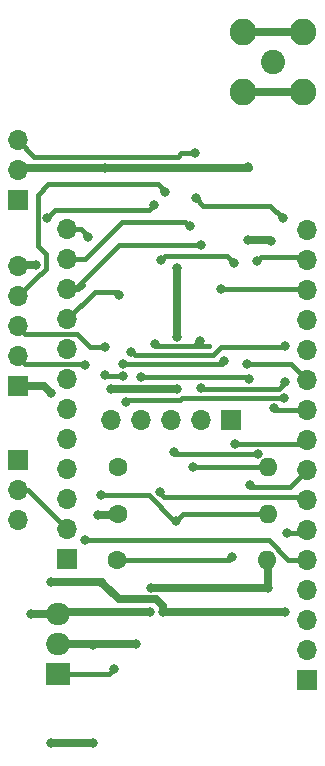
<source format=gbr>
%TF.GenerationSoftware,KiCad,Pcbnew,5.1.12-84ad8e8a86~92~ubuntu18.04.1*%
%TF.CreationDate,2022-01-08T21:29:22-05:00*%
%TF.ProjectId,remote,72656d6f-7465-42e6-9b69-6361645f7063,rev?*%
%TF.SameCoordinates,Original*%
%TF.FileFunction,Copper,L2,Bot*%
%TF.FilePolarity,Positive*%
%FSLAX46Y46*%
G04 Gerber Fmt 4.6, Leading zero omitted, Abs format (unit mm)*
G04 Created by KiCad (PCBNEW 5.1.12-84ad8e8a86~92~ubuntu18.04.1) date 2022-01-08 21:29:22*
%MOMM*%
%LPD*%
G01*
G04 APERTURE LIST*
%TA.AperFunction,ComponentPad*%
%ADD10O,1.700000X1.700000*%
%TD*%
%TA.AperFunction,ComponentPad*%
%ADD11R,1.700000X1.700000*%
%TD*%
%TA.AperFunction,ComponentPad*%
%ADD12O,2.000000X1.905000*%
%TD*%
%TA.AperFunction,ComponentPad*%
%ADD13R,2.000000X1.905000*%
%TD*%
%TA.AperFunction,ComponentPad*%
%ADD14O,1.600000X1.600000*%
%TD*%
%TA.AperFunction,ComponentPad*%
%ADD15C,1.600000*%
%TD*%
%TA.AperFunction,ComponentPad*%
%ADD16C,2.250000*%
%TD*%
%TA.AperFunction,ComponentPad*%
%ADD17C,2.050000*%
%TD*%
%TA.AperFunction,ViaPad*%
%ADD18C,0.800000*%
%TD*%
%TA.AperFunction,Conductor*%
%ADD19C,0.700000*%
%TD*%
%TA.AperFunction,Conductor*%
%ADD20C,0.400000*%
%TD*%
G04 APERTURE END LIST*
D10*
%TO.P,J2,5*%
%TO.N,GND*%
X23550000Y-115270000D03*
%TO.P,J2,4*%
%TO.N,A2*%
X23550000Y-117810000D03*
%TO.P,J2,3*%
%TO.N,A1*%
X23550000Y-120350000D03*
%TO.P,J2,2*%
%TO.N,A0*%
X23550000Y-122890000D03*
D11*
%TO.P,J2,1*%
%TO.N,+3V3*%
X23550000Y-125430000D03*
%TD*%
D12*
%TO.P,Q1,3*%
%TO.N,GND*%
X26940000Y-144730000D03*
%TO.P,Q1,2*%
%TO.N,POWER_1*%
X26940000Y-147270000D03*
D13*
%TO.P,Q1,1*%
%TO.N,A4*%
X26940000Y-149810000D03*
%TD*%
D14*
%TO.P,R3,2*%
%TO.N,GND*%
X44670000Y-140140000D03*
D15*
%TO.P,R3,1*%
%TO.N,A4*%
X31970000Y-140140000D03*
%TD*%
D10*
%TO.P,U2,3*%
%TO.N,N/C*%
X27740000Y-134990000D03*
D11*
%TO.P,U2,1*%
X27740000Y-140070000D03*
D10*
%TO.P,U2,8*%
%TO.N,D9*%
X27740000Y-122290000D03*
%TO.P,U2,11*%
%TO.N,SCL*%
X27740000Y-114670000D03*
%TO.P,U2,2*%
%TO.N,EN*%
X27740000Y-137530000D03*
%TO.P,U2,6*%
%TO.N,N/C*%
X27740000Y-127370000D03*
%TO.P,U2,7*%
X27740000Y-124830000D03*
%TO.P,U2,12*%
%TO.N,SDA*%
X27740000Y-112130000D03*
%TO.P,U2,9*%
%TO.N,D6*%
X27740000Y-119750000D03*
%TO.P,U2,10*%
%TO.N,D5*%
X27740000Y-117210000D03*
%TO.P,U2,4*%
%TO.N,N/C*%
X27740000Y-132450000D03*
%TO.P,U2,5*%
X27740000Y-129910000D03*
D11*
%TO.P,U2,13*%
X48060000Y-150310000D03*
D10*
%TO.P,U2,14*%
%TO.N,+3V3*%
X48060000Y-147770000D03*
%TO.P,U2,15*%
%TO.N,N/C*%
X48060000Y-145230000D03*
%TO.P,U2,16*%
%TO.N,GND*%
X48060000Y-142690000D03*
%TO.P,U2,17*%
%TO.N,A0*%
X48060000Y-140150000D03*
%TO.P,U2,18*%
%TO.N,A1*%
X48060000Y-137610000D03*
%TO.P,U2,19*%
%TO.N,A2*%
X48060000Y-135070000D03*
%TO.P,U2,20*%
%TO.N,A3*%
X48060000Y-132530000D03*
%TO.P,U2,21*%
%TO.N,A4*%
X48060000Y-129990000D03*
%TO.P,U2,22*%
%TO.N,A5*%
X48060000Y-127450000D03*
%TO.P,U2,23*%
%TO.N,SCK*%
X48060000Y-124910000D03*
%TO.P,U2,24*%
%TO.N,MOSI*%
X48060000Y-122370000D03*
%TO.P,U2,25*%
%TO.N,MISO*%
X48060000Y-119830000D03*
%TO.P,U2,26*%
%TO.N,RX_D0*%
X48060000Y-117290000D03*
%TO.P,U2,27*%
%TO.N,TX_D1*%
X48060000Y-114750000D03*
%TO.P,U2,28*%
%TO.N,N/C*%
X48060000Y-112210000D03*
%TD*%
D16*
%TO.P,J1,2*%
%TO.N,GND*%
X42640000Y-100500000D03*
X42640000Y-95420000D03*
X47720000Y-95420000D03*
X47720000Y-100500000D03*
D17*
%TO.P,J1,1*%
%TO.N,Net-(J1-Pad1)*%
X45180000Y-97960000D03*
%TD*%
D11*
%TO.P,U5,1*%
%TO.N,N/C*%
X41630000Y-128280000D03*
D10*
%TO.P,U5,2*%
%TO.N,RX_D0*%
X39090000Y-128280000D03*
%TO.P,U5,3*%
%TO.N,TX_D1*%
X36550000Y-128280000D03*
%TO.P,U5,4*%
%TO.N,POWER_1*%
X34010000Y-128280000D03*
%TO.P,U5,5*%
%TO.N,+3V3*%
X31470000Y-128280000D03*
%TD*%
D14*
%TO.P,R1,2*%
%TO.N,SCL*%
X44740000Y-132280000D03*
D15*
%TO.P,R1,1*%
%TO.N,+3V3*%
X32040000Y-132280000D03*
%TD*%
D14*
%TO.P,R2,2*%
%TO.N,SDA*%
X44740000Y-136210000D03*
D15*
%TO.P,R2,1*%
%TO.N,+3V3*%
X32040000Y-136210000D03*
%TD*%
D10*
%TO.P,J19,3*%
%TO.N,A5*%
X23550000Y-104600000D03*
%TO.P,J19,2*%
%TO.N,GND*%
X23550000Y-107140000D03*
D11*
%TO.P,J19,1*%
%TO.N,N/C*%
X23550000Y-109680000D03*
%TD*%
D10*
%TO.P,J5,3*%
%TO.N,GND*%
X23600000Y-136770000D03*
%TO.P,J5,2*%
%TO.N,EN*%
X23600000Y-134230000D03*
D11*
%TO.P,J5,1*%
%TO.N,N/C*%
X23600000Y-131690000D03*
%TD*%
D18*
%TO.N,GND*%
X34750000Y-144540000D03*
X24660000Y-144730000D03*
X44700000Y-142550000D03*
X34850000Y-142500000D03*
X25100000Y-115160000D03*
X30960000Y-106990000D03*
X43040000Y-106850000D03*
X43030000Y-113040000D03*
X45000000Y-113150000D03*
%TO.N,+3V3*%
X35840000Y-144580000D03*
X46200000Y-144540000D03*
X26340000Y-126040000D03*
X26340000Y-142010000D03*
X30720000Y-142050000D03*
X30330000Y-136370000D03*
X37060000Y-125630000D03*
X31410000Y-125670000D03*
X37040000Y-121250000D03*
X37030000Y-115380000D03*
%TO.N,SDA*%
X36950000Y-136840000D03*
X29520000Y-112760000D03*
X30630000Y-134670000D03*
%TO.N,SCL*%
X38380000Y-132310000D03*
X38090000Y-111900000D03*
%TO.N,D9*%
X35110000Y-110110000D03*
X26050000Y-111170000D03*
%TO.N,A0*%
X29260000Y-138490000D03*
X29220000Y-123660000D03*
%TO.N,A5*%
X45210000Y-127250000D03*
X38540000Y-105700000D03*
X38610000Y-109520000D03*
X45970000Y-111220000D03*
%TO.N,POWER_1*%
X29960000Y-147360000D03*
X29960000Y-155640000D03*
X26350000Y-155600000D03*
X33600000Y-147280000D03*
%TO.N,RX_D0*%
X40750000Y-117190000D03*
%TO.N,TX_D1*%
X36750000Y-131000000D03*
X43900000Y-131130000D03*
X43820000Y-114830000D03*
%TO.N,A2*%
X35570000Y-134410000D03*
X36050000Y-108960000D03*
%TO.N,SCK*%
X35670000Y-114750000D03*
X41890000Y-114970000D03*
X42920000Y-123530000D03*
%TO.N,MOSI*%
X35140010Y-121830000D03*
X38970000Y-121580000D03*
X39060000Y-125560000D03*
X46190000Y-125100000D03*
%TO.N,A1*%
X46130000Y-126420000D03*
X46380000Y-137890000D03*
X32700000Y-126760000D03*
X32419469Y-124547512D03*
X30940000Y-124460000D03*
X30939990Y-122070000D03*
%TO.N,MISO*%
X33160000Y-122490000D03*
X46190000Y-122040000D03*
%TO.N,D6*%
X32130000Y-117740000D03*
X32490000Y-123550000D03*
X41050000Y-123300000D03*
%TO.N,A4*%
X31700000Y-149410000D03*
X41710000Y-139860000D03*
X41900000Y-130330000D03*
%TO.N,A3*%
X34000000Y-124680000D03*
X43100000Y-124860000D03*
X43170000Y-133770000D03*
%TO.N,D5*%
X39040000Y-113440000D03*
%TD*%
D19*
%TO.N,GND*%
X27130000Y-144540000D02*
X26940000Y-144730000D01*
X34750000Y-144540000D02*
X27130000Y-144540000D01*
X24660000Y-144730000D02*
X26940000Y-144730000D01*
X44700000Y-140170000D02*
X44670000Y-140140000D01*
X44700000Y-142550000D02*
X44700000Y-140170000D01*
X44700000Y-142550000D02*
X34900000Y-142550000D01*
X34900000Y-142550000D02*
X34850000Y-142500000D01*
X23660000Y-115160000D02*
X23550000Y-115270000D01*
X25100000Y-115160000D02*
X23660000Y-115160000D01*
X23700000Y-106990000D02*
X23550000Y-107140000D01*
X30960000Y-106990000D02*
X23700000Y-106990000D01*
X30960000Y-106990000D02*
X42900000Y-106990000D01*
X42900000Y-106990000D02*
X43040000Y-106850000D01*
X43150000Y-106960000D02*
X43040000Y-106850000D01*
X42640000Y-100500000D02*
X47720000Y-100500000D01*
X47720000Y-95420000D02*
X42640000Y-95420000D01*
X43030000Y-113040000D02*
X44890000Y-113040000D01*
X44890000Y-113040000D02*
X45000000Y-113150000D01*
%TO.N,+3V3*%
X35840000Y-144580000D02*
X46160000Y-144580000D01*
X46160000Y-144580000D02*
X46200000Y-144540000D01*
X23550000Y-125430000D02*
X25730000Y-125430000D01*
X25730000Y-125430000D02*
X26340000Y-126040000D01*
X26340000Y-142010000D02*
X30680000Y-142010000D01*
X30680000Y-142010000D02*
X30720000Y-142050000D01*
X31880000Y-136370000D02*
X32040000Y-136210000D01*
X30330000Y-136370000D02*
X31880000Y-136370000D01*
X32120010Y-143450010D02*
X30720000Y-142050000D01*
X35275695Y-143450010D02*
X32120010Y-143450010D01*
X35840000Y-144014315D02*
X35275695Y-143450010D01*
X35840000Y-144580000D02*
X35840000Y-144014315D01*
X37060000Y-125630000D02*
X31450000Y-125630000D01*
X31450000Y-125630000D02*
X31410000Y-125670000D01*
X37060000Y-121230000D02*
X37040000Y-121250000D01*
X37030000Y-121240000D02*
X37040000Y-121250000D01*
X37030000Y-115380000D02*
X37030000Y-121240000D01*
D20*
%TO.N,SDA*%
X44740000Y-136210000D02*
X37580000Y-136210000D01*
X37580000Y-136210000D02*
X36950000Y-136840000D01*
X27740000Y-112130000D02*
X28890000Y-112130000D01*
X28890000Y-112130000D02*
X29520000Y-112760000D01*
X36815998Y-136840000D02*
X36950000Y-136840000D01*
X34645998Y-134670000D02*
X36815998Y-136840000D01*
X30630000Y-134670000D02*
X34645998Y-134670000D01*
%TO.N,SCL*%
X44710000Y-132310000D02*
X44740000Y-132280000D01*
X38380000Y-132310000D02*
X44710000Y-132310000D01*
X27740000Y-114670000D02*
X29210000Y-114670000D01*
X29210000Y-114670000D02*
X32370000Y-111510000D01*
X32370000Y-111510000D02*
X37700000Y-111510000D01*
X37700000Y-111510000D02*
X38090000Y-111900000D01*
%TO.N,D9*%
X35110000Y-110110000D02*
X34680000Y-110540000D01*
X34680000Y-110540000D02*
X26680000Y-110540000D01*
X26680000Y-110540000D02*
X26050000Y-111170000D01*
%TO.N,A0*%
X44796002Y-138490000D02*
X29260000Y-138490000D01*
X48060000Y-140150000D02*
X46456002Y-140150000D01*
X46456002Y-140150000D02*
X44796002Y-138490000D01*
X24200001Y-123540001D02*
X23550000Y-122890000D01*
X29100001Y-123540001D02*
X24200001Y-123540001D01*
X29220000Y-123660000D02*
X29100001Y-123540001D01*
%TO.N,A5*%
X24930000Y-105980000D02*
X23550000Y-104600000D01*
X48060000Y-127450000D02*
X45410000Y-127450000D01*
X45410000Y-127450000D02*
X45210000Y-127250000D01*
X24930000Y-105980000D02*
X37130000Y-105980000D01*
X37130000Y-105980000D02*
X37410000Y-105700000D01*
X37410000Y-105700000D02*
X38540000Y-105700000D01*
X38610000Y-109520000D02*
X39260000Y-110170000D01*
X39260000Y-110170000D02*
X44920000Y-110170000D01*
X44920000Y-110170000D02*
X45970000Y-111220000D01*
D19*
%TO.N,POWER_1*%
X26940000Y-147270000D02*
X29870000Y-147270000D01*
X29870000Y-147270000D02*
X29960000Y-147360000D01*
X29960000Y-155640000D02*
X26390000Y-155640000D01*
X26390000Y-155640000D02*
X26350000Y-155600000D01*
X30040000Y-147280000D02*
X29960000Y-147360000D01*
X33600000Y-147280000D02*
X30040000Y-147280000D01*
D20*
%TO.N,RX_D0*%
X47960000Y-117190000D02*
X48060000Y-117290000D01*
X40750000Y-117190000D02*
X47960000Y-117190000D01*
%TO.N,TX_D1*%
X36750000Y-131000000D02*
X36880000Y-131130000D01*
X36880000Y-131130000D02*
X43900000Y-131130000D01*
X43820000Y-114830000D02*
X44150000Y-114500000D01*
X47810000Y-114500000D02*
X48060000Y-114750000D01*
X44150000Y-114500000D02*
X47810000Y-114500000D01*
%TO.N,A2*%
X48060000Y-135070000D02*
X47800000Y-134810000D01*
X47800000Y-134810000D02*
X35970000Y-134810000D01*
X35970000Y-134810000D02*
X35570000Y-134410000D01*
X25400001Y-115959999D02*
X23550000Y-117810000D01*
X36050000Y-108960000D02*
X35420000Y-108330000D01*
X35420000Y-108330000D02*
X26130000Y-108330000D01*
X25249999Y-109210001D02*
X25249999Y-113529999D01*
X26130000Y-108330000D02*
X25249999Y-109210001D01*
X25249999Y-113529999D02*
X25920000Y-114200000D01*
X25920000Y-115524002D02*
X25484003Y-115959999D01*
X25484003Y-115959999D02*
X25400001Y-115959999D01*
X25920000Y-114200000D02*
X25920000Y-115524002D01*
%TO.N,EN*%
X24440000Y-134230000D02*
X23600000Y-134230000D01*
X27740000Y-137530000D02*
X24440000Y-134230000D01*
%TO.N,SCK*%
X48060000Y-124910000D02*
X46670000Y-123520000D01*
X35670000Y-114750000D02*
X35670000Y-114710000D01*
X35670000Y-114710000D02*
X36010000Y-114370000D01*
X36010000Y-114370000D02*
X41290000Y-114370000D01*
X41290000Y-114370000D02*
X41890000Y-114970000D01*
X46660000Y-123530000D02*
X46670000Y-123520000D01*
X42920000Y-123530000D02*
X46660000Y-123530000D01*
%TO.N,MOSI*%
X35140010Y-121830000D02*
X35360011Y-122050001D01*
X38499999Y-122050001D02*
X38970000Y-121580000D01*
X37980001Y-122050001D02*
X38499999Y-122050001D01*
X37980001Y-122050001D02*
X39709999Y-122050001D01*
X35360011Y-122050001D02*
X37980001Y-122050001D01*
X45629999Y-125660001D02*
X46190000Y-125100000D01*
X39060000Y-125560000D02*
X39160001Y-125660001D01*
X39160001Y-125660001D02*
X45629999Y-125660001D01*
%TO.N,A1*%
X23550000Y-120350000D02*
X24200001Y-121000001D01*
X46099999Y-126389999D02*
X46130000Y-126420000D01*
X37484003Y-126389999D02*
X46099999Y-126389999D01*
X36280000Y-126580000D02*
X37294002Y-126580000D01*
X37294002Y-126580000D02*
X37484003Y-126389999D01*
X47780000Y-137890000D02*
X48060000Y-137610000D01*
X46380000Y-137890000D02*
X47780000Y-137890000D01*
X36280000Y-126580000D02*
X32880000Y-126580000D01*
X32880000Y-126580000D02*
X32700000Y-126760000D01*
X32419469Y-124547512D02*
X31027512Y-124547512D01*
X31027512Y-124547512D02*
X30940000Y-124460000D01*
X30939990Y-122070000D02*
X29630000Y-122070000D01*
X29630000Y-122070000D02*
X28560001Y-121000001D01*
X28560001Y-121000001D02*
X28320001Y-121000001D01*
X24200001Y-121000001D02*
X28320001Y-121000001D01*
%TO.N,MISO*%
X33160000Y-122490000D02*
X33460000Y-122790000D01*
X33460000Y-122790000D02*
X40100000Y-122790000D01*
X40100000Y-122790000D02*
X40780000Y-122110000D01*
X40780000Y-122110000D02*
X46120000Y-122110000D01*
X46120000Y-122110000D02*
X46190000Y-122040000D01*
%TO.N,D6*%
X27740000Y-119750000D02*
X30050000Y-117440000D01*
X30050000Y-117440000D02*
X31830000Y-117440000D01*
X31830000Y-117440000D02*
X32130000Y-117740000D01*
X32490000Y-123550000D02*
X40800000Y-123550000D01*
X40800000Y-123550000D02*
X41050000Y-123300000D01*
%TO.N,A4*%
X26940000Y-149810000D02*
X31300000Y-149810000D01*
X31300000Y-149810000D02*
X31700000Y-149410000D01*
X31970000Y-140140000D02*
X41430000Y-140140000D01*
X41430000Y-140140000D02*
X41710000Y-139860000D01*
X47720000Y-130330000D02*
X48060000Y-129990000D01*
X41900000Y-130330000D02*
X47720000Y-130330000D01*
%TO.N,A3*%
X34000000Y-124680000D02*
X42920000Y-124680000D01*
X42920000Y-124680000D02*
X43100000Y-124860000D01*
X43170000Y-133770000D02*
X43380000Y-133980000D01*
X46610000Y-133980000D02*
X48060000Y-132530000D01*
X43380000Y-133980000D02*
X46610000Y-133980000D01*
%TO.N,D5*%
X27740000Y-117210000D02*
X28660000Y-117210000D01*
X28660000Y-117210000D02*
X29030010Y-116839990D01*
X39040000Y-113440000D02*
X32140000Y-113440000D01*
X28370000Y-117210000D02*
X27740000Y-117210000D01*
X32140000Y-113440000D02*
X28370000Y-117210000D01*
%TD*%
M02*

</source>
